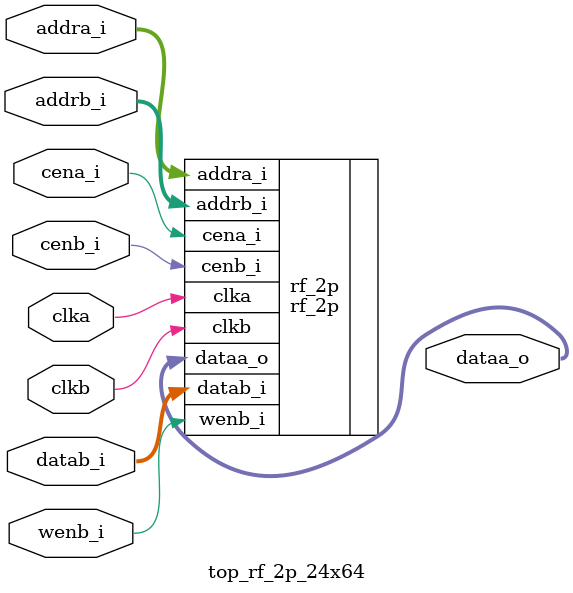
<source format=v>

`include "enc_defines.v"

module top_rf_2p_24x64 (
  clka    ,
  cena_i  ,
  addra_i ,
  dataa_o ,
  clkb    ,
  cenb_i  ,
  wenb_i  ,
  addrb_i ,
  datab_i
);


//*** PARAMETER DECLARATION ****************************************************

  localparam Word_Width = 24 ;
  localparam Addr_Width = 6  ;


//*** INPUT/OUTPUT DECLARATION *************************************************

  // A port
  input                       clka    ;
  input                       cena_i  ;
  input  [Addr_Width-1 :0]    addra_i ;
  output [Word_Width-1 :0]    dataa_o ;
                                      
  // B Port                           
  input                       clkb    ;
  input                       cenb_i  ;
  input                       wenb_i  ;
  input  [Addr_Width-1 :0]    addrb_i ;
  input  [Word_Width-1 :0]    datab_i ;


//*** MAIN BODY ****************************************************************

  rf_2p #(
    .Addr_Width    ( Addr_Width    ),
    .Word_Width    ( Word_Width    )
  ) rf_2p (
    .clka          ( clka          ),
    .cena_i        ( cena_i        ),
    .addra_i       ( addra_i       ),
    .dataa_o       ( dataa_o       ),
    .clkb          ( clkb          ),
    .cenb_i        ( cenb_i        ),
    .wenb_i        ( wenb_i        ),
    .addrb_i       ( addrb_i       ),
    .datab_i       ( datab_i       )
    );


endmodule
</source>
